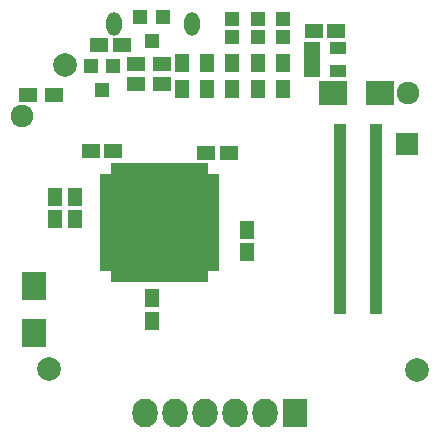
<source format=gts>
G04 #@! TF.FileFunction,Soldermask,Top*
%FSLAX46Y46*%
G04 Gerber Fmt 4.6, Leading zero omitted, Abs format (unit mm)*
G04 Created by KiCad (PCBNEW 4.0.1-stable) date Tuesday, May 24, 2016 'PMt' 11:55:59 PM*
%MOMM*%
G01*
G04 APERTURE LIST*
%ADD10C,0.100000*%
%ADD11C,2.000000*%
%ADD12R,0.700000X1.250000*%
%ADD13R,1.250000X0.700000*%
%ADD14R,2.237500X2.237500*%
%ADD15R,1.100000X0.600000*%
%ADD16R,1.150000X1.600000*%
%ADD17R,2.000000X2.400000*%
%ADD18R,1.600000X1.150000*%
%ADD19R,2.400000X2.000000*%
%ADD20R,1.197560X1.197560*%
%ADD21C,1.924000*%
%ADD22R,2.127200X2.432000*%
%ADD23O,2.127200X2.432000*%
%ADD24O,1.300000X2.000000*%
%ADD25R,1.901140X1.901140*%
%ADD26R,1.200100X1.200100*%
%ADD27R,1.300000X1.600000*%
%ADD28R,1.600000X1.300000*%
%ADD29R,1.460000X1.050000*%
G04 APERTURE END LIST*
D10*
D11*
X164590000Y-120760000D03*
X134800000Y-94970000D03*
D12*
X139101250Y-112761250D03*
X139601250Y-112761250D03*
X140101250Y-112761250D03*
X140601250Y-112761250D03*
X141101250Y-112761250D03*
X141601250Y-112761250D03*
X142101250Y-112761250D03*
X142601250Y-112761250D03*
X143101250Y-112761250D03*
X143601250Y-112761250D03*
X144101250Y-112761250D03*
X144601250Y-112761250D03*
X145101250Y-112761250D03*
X145601250Y-112761250D03*
X146101250Y-112761250D03*
X146601250Y-112761250D03*
D13*
X147301250Y-112061250D03*
X147301250Y-111561250D03*
X147301250Y-111061250D03*
X147301250Y-110561250D03*
X147301250Y-110061250D03*
X147301250Y-109561250D03*
X147301250Y-109061250D03*
X147301250Y-108561250D03*
X147301250Y-108061250D03*
X147301250Y-107561250D03*
X147301250Y-107061250D03*
X147301250Y-106561250D03*
X147301250Y-106061250D03*
X147301250Y-105561250D03*
X147301250Y-105061250D03*
X147301250Y-104561250D03*
D12*
X146601250Y-103861250D03*
X146101250Y-103861250D03*
X145601250Y-103861250D03*
X145101250Y-103861250D03*
X144601250Y-103861250D03*
X144101250Y-103861250D03*
X143601250Y-103861250D03*
X143101250Y-103861250D03*
X142601250Y-103861250D03*
X142101250Y-103861250D03*
X141601250Y-103861250D03*
X141101250Y-103861250D03*
X140601250Y-103861250D03*
X140101250Y-103861250D03*
X139601250Y-103861250D03*
X139101250Y-103861250D03*
D13*
X138401250Y-104561250D03*
X138401250Y-105061250D03*
X138401250Y-105561250D03*
X138401250Y-106061250D03*
X138401250Y-106561250D03*
X138401250Y-107061250D03*
X138401250Y-107561250D03*
X138401250Y-108061250D03*
X138401250Y-108561250D03*
X138401250Y-109061250D03*
X138401250Y-109561250D03*
X138401250Y-110061250D03*
X138401250Y-110561250D03*
X138401250Y-111061250D03*
X138401250Y-111561250D03*
X138401250Y-112061250D03*
D14*
X145607500Y-105555000D03*
X143770000Y-105555000D03*
X141932500Y-105555000D03*
X140095000Y-105555000D03*
X145607500Y-107392500D03*
X143770000Y-107392500D03*
X141932500Y-107392500D03*
X140095000Y-107392500D03*
X145607500Y-109230000D03*
X143770000Y-109230000D03*
X141932500Y-109230000D03*
X140095000Y-109230000D03*
X145607500Y-111067500D03*
X143770000Y-111067500D03*
X141932500Y-111067500D03*
X140095000Y-111067500D03*
D15*
X161190000Y-100200000D03*
X161190000Y-100600000D03*
X161190000Y-101000000D03*
X161190000Y-101400000D03*
X161190000Y-101800000D03*
X161190000Y-102200000D03*
X161190000Y-102600000D03*
X161190000Y-103000000D03*
X161190000Y-103400000D03*
X161190000Y-103800000D03*
X161190000Y-107800000D03*
X161190000Y-107400000D03*
X161190000Y-107000000D03*
X161190000Y-106600000D03*
X161190000Y-106200000D03*
X161190000Y-105800000D03*
X161190000Y-105400000D03*
X161190000Y-105000000D03*
X161190000Y-104600000D03*
X161190000Y-104200000D03*
X161190000Y-108200000D03*
X161190000Y-108600000D03*
X161190000Y-109000000D03*
X161190000Y-109400000D03*
X161190000Y-109800000D03*
X161190000Y-110200000D03*
X161190000Y-110600000D03*
X161190000Y-111000000D03*
X161190000Y-111400000D03*
X161190000Y-111800000D03*
X161190000Y-115800000D03*
X161190000Y-115400000D03*
X161190000Y-115000000D03*
X161190000Y-114600000D03*
X161190000Y-114200000D03*
X161190000Y-113800000D03*
X161190000Y-113400000D03*
X161190000Y-113000000D03*
X161190000Y-112600000D03*
X161190000Y-112200000D03*
X158110000Y-112200000D03*
X158110000Y-112600000D03*
X158110000Y-113000000D03*
X158110000Y-113400000D03*
X158110000Y-113800000D03*
X158110000Y-114200000D03*
X158110000Y-114600000D03*
X158110000Y-115000000D03*
X158110000Y-115400000D03*
X158110000Y-115800000D03*
X158110000Y-111800000D03*
X158110000Y-111400000D03*
X158110000Y-111000000D03*
X158110000Y-110600000D03*
X158110000Y-110200000D03*
X158110000Y-109800000D03*
X158110000Y-109400000D03*
X158110000Y-109000000D03*
X158110000Y-108600000D03*
X158110000Y-108200000D03*
X158110000Y-104200000D03*
X158110000Y-104600000D03*
X158110000Y-105000000D03*
X158110000Y-105400000D03*
X158110000Y-105800000D03*
X158110000Y-106200000D03*
X158110000Y-106600000D03*
X158110000Y-107000000D03*
X158110000Y-107400000D03*
X158110000Y-107800000D03*
X158110000Y-103800000D03*
X158110000Y-103400000D03*
X158110000Y-103000000D03*
X158110000Y-102600000D03*
X158110000Y-102200000D03*
X158110000Y-101800000D03*
X158110000Y-101400000D03*
X158110000Y-101000000D03*
X158110000Y-100600000D03*
X158110000Y-100200000D03*
D16*
X142150000Y-116600000D03*
X142150000Y-114700000D03*
X150200000Y-108900000D03*
X150200000Y-110800000D03*
D17*
X132180000Y-117640000D03*
X132180000Y-113640000D03*
D16*
X134010000Y-108020000D03*
X134010000Y-106120000D03*
X135670000Y-108010000D03*
X135670000Y-106110000D03*
D18*
X138920000Y-102240000D03*
X137020000Y-102240000D03*
X148670000Y-102450000D03*
X146770000Y-102450000D03*
D19*
X157530000Y-97340000D03*
X161530000Y-97340000D03*
D18*
X157770000Y-92060000D03*
X155870000Y-92060000D03*
X139630000Y-93230000D03*
X137730000Y-93230000D03*
D20*
X149000000Y-91100000D03*
X149000000Y-92598600D03*
X151150000Y-91100000D03*
X151150000Y-92598600D03*
X153300000Y-91100000D03*
X153300000Y-92598600D03*
D21*
X131170000Y-99310000D03*
D22*
X154330000Y-124440000D03*
D23*
X151790000Y-124440000D03*
X149250000Y-124440000D03*
X146710000Y-124440000D03*
X144170000Y-124440000D03*
X141630000Y-124440000D03*
D24*
X139000000Y-91450000D03*
X145600000Y-91450000D03*
D25*
X163780000Y-101640000D03*
D21*
X163850000Y-97370000D03*
D26*
X143100000Y-90889240D03*
X141200000Y-90889240D03*
X142150000Y-92888220D03*
X138900000Y-95039240D03*
X137000000Y-95039240D03*
X137950000Y-97038220D03*
D27*
X149000000Y-94800000D03*
X149000000Y-97000000D03*
X151150000Y-94800000D03*
X151150000Y-97000000D03*
X153300000Y-94800000D03*
X153300000Y-97000000D03*
D28*
X131720000Y-97460000D03*
X133920000Y-97460000D03*
D27*
X146850000Y-94800000D03*
X146850000Y-97000000D03*
D28*
X143000000Y-94870000D03*
X140800000Y-94870000D03*
X140820000Y-96590000D03*
X143020000Y-96590000D03*
D27*
X144700000Y-94800000D03*
X144700000Y-97000000D03*
D29*
X155750000Y-93550000D03*
X155750000Y-94500000D03*
X155750000Y-95450000D03*
X157950000Y-95450000D03*
X157950000Y-93550000D03*
D11*
X133430000Y-120660000D03*
M02*

</source>
